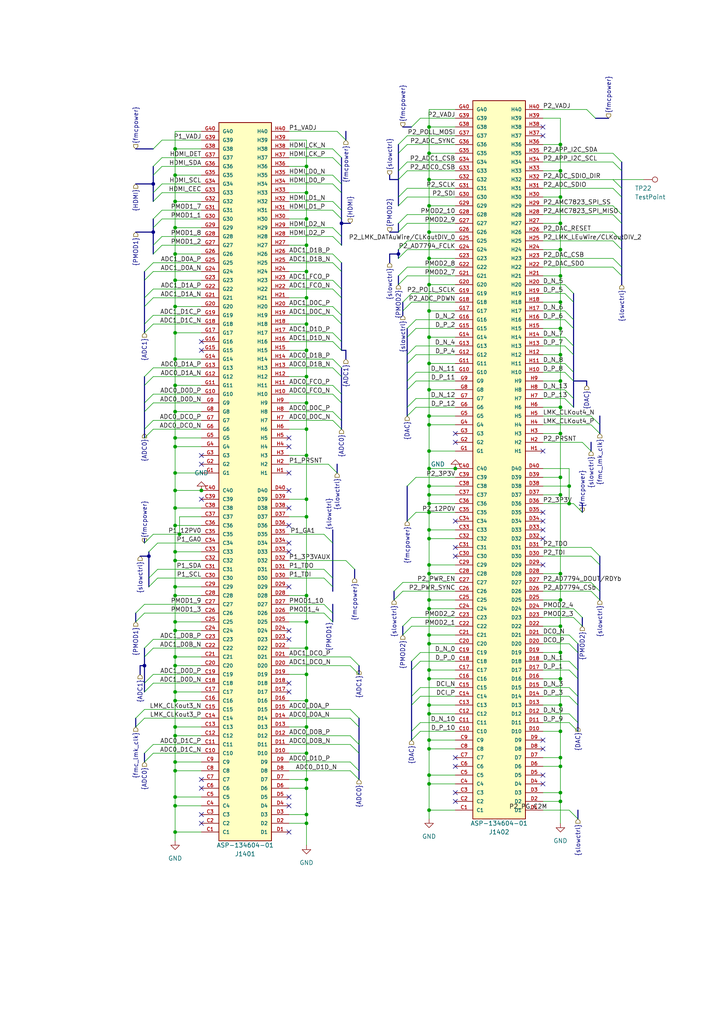
<source format=kicad_sch>
(kicad_sch (version 20231120) (generator "eeschema") (generator_version "8.0")
  (paper "A4" portrait)
  (bus_alias "DAC" (members "D_P_0" "D_P_1" "D_P_2" "D_P_3" "D_P_4" "D_P_5" "D_P_6" "D_P_7" "D_P_8" "D_P_9" "D_P_10" "D_P_11" "D_P_12" "D_P_13" "D_N_0" "D_N_1" "D_N_2" "D_N_3" "D_N_4" "D_N_5" "D_N_6" "D_N_7" "D_N_8" "D_N_9" "D_N_10" "D_N_11" "D_N_12" "D_N_13" "DCI_P" "DCI_N" "DCO_P" "DCO_N"))
  (bus_alias "HDMI" (members "HDMI_CEC" "HDMI_CK_N" "HDMI_CK_P" "HDMI_D0_N" "HDMI_D0_P" "HDMI_D1_N" "HDMI_D1_P" "HDMI_D2_N" "HDMI_D2_P" "HDMI_DET" "HDMI_SCL" "HDMI_SDA"))
  (bus_alias "PMOD1" (members "PMOD1_1" "PMOD1_2" "PMOD1_3" "PMOD1_4" "PMOD1_5" "PMOD1_6" "PMOD1_7" "PMOD1_8" "PMOD1_9" "PMOD1_10"))
  (bus_alias "PMOD2" (members "PMOD2_1" "PMOD2_2" "PMOD2_3" "PMOD2_4" "PMOD2_5" "PMOD2_6" "PMOD2_7" "PMOD2_8" "PMOD2_9" "PMOD2_10"))
  (bus_alias "fmc_lmk_clk" (members "LMK_CLKout3_P" "LMK_CLKout3_N" "LMK_CLKout4_P" "LMK_CLKout4_N"))
  (bus_alias "fmcpower" (members "P1_12PV0" "P1_VADJ" "P2_12P0V" "P2_3P3V" "P2_VADJ" "P1_3P3VAUX"))
  (bus_alias "slowctrl" (members "P1_SCL" "P1_SDA" "P1_GA0" "P1_TDI" "P1_TDO" "P1_GA1" "P1_PRSNT" "P2_PWR_SYNC" "P2_PWR_EN" "P2_AD7794_CSb" "P2_AD7794_DOUT/RDYb" "P2_TDI" "P2_TDO" "P2_ADC_PDWN" "P2_POLL_SCLK" "P2_AD7794_FCLK" "P2_LMK_DATAuWire/CLKoutDIV_0" "P2_LMK_CLKuWire/CLKoutDIV_1" "P2_LMK_LEuWire/CLKoutDIV_2" "P2_SDI" "P2_SCLK" "P2_ADC0_CSB" "P2_ADC1_CSB" "P2_ADC_SYNC" "P2_POLL_MOSI" "P2_PRSNT" "P2_DAC_SDO" "P2_DAC_CSB" "P2_DAC_RESET" "P2_AMC7823_SPI_MISO" "P2_AMC7823_SPI_SS" "P2_ADC_SDIO" "P2_ADC_SDIO_DIR" "P2_APP_I2C_SCL" "P2_APP_I2C_SDA" "P2_PG_C2M"))
  (junction (at 88.9 210.82))
  (junction (at 88.9 236.22))
  (junction (at 124.46 217.17))
  (junction (at 162.56 125.73))
  (junction (at 124.46 140.97))
  (junction (at 88.9 48.26))
  (junction (at 162.56 72.39))
  (junction (at 124.46 224.79))
  (junction (at 124.46 36.83))
  (junction (at 88.9 78.74))
  (junction (at 124.46 186.69))
  (junction (at 88.9 116.84))
  (junction (at 162.56 118.11))
  (junction (at 88.9 226.06))
  (junction (at 50.8 162.56))
  (junction (at 162.56 189.23))
  (junction (at 50.8 170.18))
  (junction (at 50.8 152.4))
  (junction (at 162.56 49.53))
  (junction (at 88.9 93.98))
  (junction (at 124.46 113.03))
  (junction (at 88.9 228.6))
  (junction (at 162.56 138.43))
  (junction (at 58.42 142.24))
  (junction (at 50.8 127))
  (junction (at 50.8 223.52))
  (junction (at 88.9 71.12))
  (junction (at 124.46 227.33))
  (junction (at 99.06 64.77))
  (junction (at 88.9 124.46))
  (junction (at 50.8 231.14))
  (junction (at 124.46 163.83))
  (junction (at 162.56 232.41))
  (junction (at 124.46 135.89))
  (junction (at 124.46 184.15))
  (junction (at 162.56 80.01))
  (junction (at 162.56 57.15))
  (junction (at 124.46 97.79))
  (junction (at 88.9 238.76))
  (junction (at 50.8 50.8))
  (junction (at 88.9 109.22))
  (junction (at 124.46 44.45))
  (junction (at 44.45 53.34))
  (junction (at 50.8 129.54))
  (junction (at 50.8 233.68))
  (junction (at 50.8 190.5))
  (junction (at 50.8 142.24))
  (junction (at 43.18 161.29))
  (junction (at 50.8 88.9))
  (junction (at 162.56 95.25))
  (junction (at 50.8 73.66))
  (junction (at 165.1 146.05))
  (junction (at 50.8 147.32))
  (junction (at 162.56 196.85))
  (junction (at 124.46 148.59))
  (junction (at 124.46 176.53))
  (junction (at 124.46 59.69))
  (junction (at 88.9 149.86))
  (junction (at 124.46 52.07))
  (junction (at 162.56 222.25))
  (junction (at 124.46 90.17))
  (junction (at 165.1 140.97))
  (junction (at 88.9 55.88))
  (junction (at 162.56 102.87))
  (junction (at 88.9 187.96))
  (junction (at 50.8 213.36))
  (junction (at 162.56 173.99))
  (junction (at 124.46 194.31))
  (junction (at 50.8 241.3))
  (junction (at 162.56 110.49))
  (junction (at 88.9 172.72))
  (junction (at 162.56 212.09))
  (junction (at 162.56 87.63))
  (junction (at 50.8 160.02))
  (junction (at 50.8 43.18))
  (junction (at 124.46 120.65))
  (junction (at 50.8 66.04))
  (junction (at 50.8 111.76))
  (junction (at 132.08 135.89))
  (junction (at 124.46 234.95))
  (junction (at 162.56 41.91))
  (junction (at 88.9 218.44))
  (junction (at 124.46 204.47))
  (junction (at 50.8 96.52))
  (junction (at 50.8 203.2))
  (junction (at 124.46 173.99))
  (junction (at 124.46 143.51))
  (junction (at 162.56 229.87))
  (junction (at 124.46 146.05))
  (junction (at 88.9 132.08))
  (junction (at 50.8 180.34))
  (junction (at 162.56 181.61))
  (junction (at 88.9 195.58))
  (junction (at 124.46 214.63))
  (junction (at 50.8 172.72))
  (junction (at 52.07 154.94))
  (junction (at 50.8 220.98))
  (junction (at 50.8 104.14))
  (junction (at 115.57 73.66))
  (junction (at 162.56 219.71))
  (junction (at 124.46 156.21))
  (junction (at 162.56 166.37))
  (junction (at 162.56 64.77))
  (junction (at 124.46 74.93))
  (junction (at 162.56 143.51))
  (junction (at 88.9 86.36))
  (junction (at 50.8 81.28))
  (junction (at 88.9 144.78))
  (junction (at 44.45 67.31))
  (junction (at 88.9 101.6))
  (junction (at 50.8 119.38))
  (junction (at 124.46 130.81))
  (junction (at 124.46 207.01))
  (junction (at 50.8 210.82))
  (junction (at 41.91 193.04))
  (junction (at 124.46 105.41))
  (junction (at 50.8 58.42))
  (junction (at 124.46 67.31))
  (junction (at 88.9 180.34))
  (junction (at 124.46 82.55))
  (junction (at 50.8 193.04))
  (junction (at 50.8 200.66))
  (junction (at 88.9 203.2))
  (junction (at 50.8 182.88))
  (junction (at 50.8 137.16))
  (junction (at 124.46 196.85))
  (junction (at 88.9 63.5))
  (junction (at 124.46 166.37))
  (junction (at 124.46 123.19))
  (junction (at 162.56 204.47))
  (junction (at 124.46 153.67))
  (no_connect (at 83.82 241.3))
  (no_connect (at 132.08 219.71))
  (no_connect (at 132.08 232.41))
  (no_connect (at 58.42 226.06))
  (no_connect (at 83.82 200.66))
  (no_connect (at 58.42 144.78))
  (no_connect (at 83.82 129.54))
  (no_connect (at 132.08 222.25))
  (no_connect (at 83.82 231.14))
  (no_connect (at 83.82 152.4))
  (no_connect (at 157.48 227.33))
  (no_connect (at 132.08 128.27))
  (no_connect (at 132.08 125.73))
  (no_connect (at 157.48 153.67))
  (no_connect (at 132.08 161.29))
  (no_connect (at 83.82 142.24))
  (no_connect (at 83.82 127))
  (no_connect (at 83.82 198.12))
  (no_connect (at 83.82 160.02))
  (no_connect (at 83.82 233.68))
  (no_connect (at 132.08 229.87))
  (no_connect (at 157.48 148.59))
  (no_connect (at 157.48 151.13))
  (no_connect (at 58.42 132.08))
  (no_connect (at 83.82 185.42))
  (no_connect (at 157.48 156.21))
  (no_connect (at 83.82 137.16))
  (no_connect (at 157.48 39.37))
  (no_connect (at 83.82 147.32))
  (no_connect (at 157.48 217.17))
  (no_connect (at 58.42 238.76))
  (no_connect (at 157.48 214.63))
  (no_connect (at 58.42 228.6))
  (no_connect (at 83.82 170.18))
  (no_connect (at 58.42 236.22))
  (no_connect (at 157.48 163.83))
  (no_connect (at 83.82 182.88))
  (no_connect (at 58.42 99.06))
  (no_connect (at 58.42 101.6))
  (no_connect (at 157.48 224.79))
  (no_connect (at 132.08 151.13))
  (no_connect (at 83.82 157.48))
  (no_connect (at 58.42 134.62))
  (no_connect (at 157.48 130.81))
  (no_connect (at 157.48 36.83))
  (no_connect (at 132.08 158.75))
  (bus_entry (at 41.91 96.52) (size 2.54 -2.54))
  (bus_entry (at 99.06 45.72) (size -2.54 -2.54))
  (bus_entry (at 166.37 95.25) (size -2.54 -2.54))
  (bus_entry (at 41.91 220.98) (size 2.54 -2.54))
  (bus_entry (at 99.06 106.68) (size -2.54 -2.54))
  (bus_entry (at 173.99 125.73) (size -2.54 -2.54))
  (bus_entry (at 166.37 92.71) (size -2.54 -2.54))
  (bus_entry (at 97.79 137.16) (size -2.54 -2.54))
  (bus_entry (at 115.57 49.53) (size 2.54 -2.54))
  (bus_entry (at 41.91 116.84) (size 2.54 -2.54))
  (bus_entry (at 171.45 130.81) (size -2.54 -2.54))
  (bus_entry (at 99.06 101.6) (size -2.54 -2.54))
  (bus_entry (at 166.37 102.87) (size -2.54 -2.54))
  (bus_entry (at 99.06 114.3) (size -2.54 -2.54))
  (bus_entry (at 118.11 120.65) (size 2.54 -2.54))
  (bus_entry (at 173.99 123.19) (size -2.54 -2.54))
  (bus_entry (at 39.37 210.82) (size 2.54 -2.54))
  (bus_entry (at 119.38 194.31) (size 2.54 -2.54))
  (bus_entry (at 180.34 72.39) (size -2.54 -2.54))
  (bus_entry (at 99.06 86.36) (size -2.54 -2.54))
  (bus_entry (at 115.57 82.55) (size 2.54 -2.54))
  (bus_entry (at 166.37 100.33) (size -2.54 -2.54))
  (bus_entry (at 180.34 46.99) (size -2.54 -2.54))
  (bus_entry (at 41.91 187.96) (size 2.54 -2.54))
  (bus_entry (at 41.91 157.48) (size 2.54 -2.54))
  (bus_entry (at 118.11 113.03) (size 2.54 -2.54))
  (bus_entry (at 39.37 177.8) (size 2.54 -2.54))
  (bus_entry (at 119.38 204.47) (size 2.54 -2.54))
  (bus_entry (at 44.45 50.8) (size 2.54 -2.54))
  (bus_entry (at 173.99 171.45) (size -2.54 -2.54))
  (bus_entry (at 115.57 59.69) (size 2.54 -2.54))
  (bus_entry (at 167.64 194.31) (size -2.54 -2.54))
  (bus_entry (at 167.64 212.09) (size -2.54 -2.54))
  (bus_entry (at 99.06 78.74) (size -2.54 -2.54))
  (bus_entry (at 102.87 165.1) (size -2.54 -2.54))
  (bus_entry (at 99.06 121.92) (size -2.54 -2.54))
  (bus_entry (at 118.11 102.87) (size 2.54 -2.54))
  (bus_entry (at 173.99 163.83) (size -2.54 -2.54))
  (bus_entry (at 115.57 41.91) (size 2.54 -2.54))
  (bus_entry (at 99.06 68.58) (size -2.54 -2.54))
  (bus_entry (at 41.91 109.22) (size 2.54 -2.54))
  (bus_entry (at 118.11 140.97) (size 2.54 -2.54))
  (bus_entry (at 115.57 57.15) (size 2.54 -2.54))
  (bus_entry (at 118.11 95.25) (size 2.54 -2.54))
  (bus_entry (at 180.34 57.15) (size -2.54 -2.54))
  (bus_entry (at 167.64 237.49) (size -2.54 -2.54))
  (bus_entry (at 100.33 40.64) (size -2.54 -2.54))
  (bus_entry (at 166.37 85.09) (size -2.54 -2.54))
  (bus_entry (at 119.38 36.83) (size 2.54 -2.54))
  (bus_entry (at 96.52 170.18) (size -2.54 -2.54))
  (bus_entry (at 180.34 80.01) (size -2.54 -2.54))
  (bus_entry (at 99.06 99.06) (size -2.54 -2.54))
  (bus_entry (at 104.14 215.9) (size -2.54 -2.54))
  (bus_entry (at 96.52 177.8) (size -2.54 -2.54))
  (bus_entry (at 180.34 77.47) (size -2.54 -2.54))
  (bus_entry (at 118.11 97.79) (size 2.54 -2.54))
  (bus_entry (at 44.45 63.5) (size 2.54 -2.54))
  (bus_entry (at 180.34 49.53) (size -2.54 -2.54))
  (bus_entry (at 172.72 34.29) (size -2.54 -2.54))
  (bus_entry (at 41.91 78.74) (size 2.54 -2.54))
  (bus_entry (at 168.91 181.61) (size -2.54 -2.54))
  (bus_entry (at 41.91 119.38) (size 2.54 -2.54))
  (bus_entry (at 43.18 160.02) (size 2.54 -2.54))
  (bus_entry (at 99.06 63.5) (size -2.54 -2.54))
  (bus_entry (at 44.45 48.26) (size 2.54 -2.54))
  (bus_entry (at 41.91 190.5) (size 2.54 -2.54))
  (bus_entry (at 99.06 109.22) (size -2.54 -2.54))
  (bus_entry (at 115.57 52.07) (size 2.54 -2.54))
  (bus_entry (at 180.34 62.23) (size -2.54 -2.54))
  (bus_entry (at 41.91 111.76) (size 2.54 -2.54))
  (bus_entry (at 104.14 223.52) (size -2.54 -2.54))
  (bus_entry (at 115.57 44.45) (size 2.54 -2.54))
  (bus_entry (at 96.52 157.48) (size -2.54 -2.54))
  (bus_entry (at 41.91 127) (size 2.54 -2.54))
  (bus_entry (at 118.11 118.11) (size 2.54 -2.54))
  (bus_entry (at 99.06 55.88) (size -2.54 -2.54))
  (bus_entry (at 104.14 193.04) (size -2.54 -2.54))
  (bus_entry (at 166.37 115.57) (size -2.54 -2.54))
  (bus_entry (at 99.06 116.84) (size -2.54 -2.54))
  (bus_entry (at 119.38 191.77) (size 2.54 -2.54))
  (bus_entry (at 167.64 196.85) (size -2.54 -2.54))
  (bus_entry (at 166.37 118.11) (size -2.54 -2.54))
  (bus_entry (at 168.91 179.07) (size -2.54 -2.54))
  (bus_entry (at 167.64 209.55) (size -2.54 -2.54))
  (bus_entry (at 118.11 151.13) (size 2.54 -2.54))
  (bus_entry (at 41.91 198.12) (size 2.54 -2.54))
  (bus_entry (at 180.34 54.61) (size -2.54 -2.54))
  (bus_entry (at 116.84 181.61) (size 2.54 -2.54))
  (bus_entry (at 41.91 124.46) (size 2.54 -2.54))
  (bus_entry (at 166.37 107.95) (size -2.54 -2.54))
  (bus_entry (at 167.64 204.47) (size -2.54 -2.54))
  (bus_entry (at 99.06 124.46) (size -2.54 -2.54))
  (bus_entry (at 166.37 87.63) (size -2.54 -2.54))
  (bus_entry (at 119.38 201.93) (size 2.54 -2.54))
  (bus_entry (at 41.91 81.28) (size 2.54 -2.54))
  (bus_entry (at 115.57 64.77) (size 2.54 -2.54))
  (bus_entry (at 119.38 214.63) (size 2.54 -2.54))
  (bus_entry (at 180.34 69.85) (size -2.54 -2.54))
  (bus_entry (at 114.3 173.99) (size 2.54 -2.54))
  (bus_entry (at 41.91 93.98) (size 2.54 -2.54))
  (bus_entry (at 118.11 110.49) (size 2.54 -2.54))
  (bus_entry (at 41.91 200.66) (size 2.54 -2.54))
  (bus_entry (at 41.91 88.9) (size 2.54 -2.54))
  (bus_entry (at 44.45 58.42) (size 2.54 -2.54))
  (bus_entry (at 96.52 167.64) (size -2.54 -2.54))
  (bus_entry (at 118.11 105.41) (size 2.54 -2.54))
  (bus_entry (at 116.84 184.15) (size 2.54 -2.54))
  (bus_entry (at 115.57 72.39) (size 2.54 -2.54))
  (bus_entry (at 44.45 73.66) (size 2.54 -2.54))
  (bus_entry (at 104.14 195.58) (size -2.54 -2.54))
  (bus_entry (at 167.64 186.69) (size -2.54 -2.54))
  (bus_entry (at 44.45 71.12) (size 2.54 -2.54))
  (bus_entry (at 115.57 74.93) (size 2.54 -2.54))
  (bus_entry (at 116.84 87.63) (size 2.54 -2.54))
  (bus_entry (at 99.06 83.82) (size -2.54 -2.54))
  (bus_entry (at 104.14 226.06) (size -2.54 -2.54))
  (bus_entry (at 104.14 218.44) (size -2.54 -2.54))
  (bus_entry (at 180.34 64.77) (size -2.54 -2.54))
  (bus_entry (at 168.91 148.59) (size -2.54 -2.54))
  (bus_entry (at 44.45 43.18) (size 2.54 -2.54))
  (bus_entry (at 104.14 210.82) (size -2.54 -2.54))
  (bus_entry (at 114.3 171.45) (size 2.54 -2.54))
  (bus_entry (at 44.45 215.9) (size -2.54 2.54))
  (bus_entry (at 39.37 180.34) (size 2.54 -2.54))
  (bus_entry (at 115.57 80.01) (size 2.54 -2.54))
  (bus_entry (at 44.45 55.88) (size 2.54 -2.54))
  (bus_entry (at 167.64 189.23) (size -2.54 -2.54))
  (bus_entry (at 99.06 71.12) (size -2.54 -2.54))
  (bus_entry (at 99.06 48.26) (size -2.54 -2.54))
  (bus_entry (at 173.99 173.99) (size -2.54 -2.54))
  (bus_entry (at 116.84 90.17) (size 2.54 -2.54))
  (bus_entry (at 43.18 170.18) (size 2.54 -2.54))
  (bus_entry (at 39.37 208.28) (size 2.54 -2.54))
  (bus_entry (at 115.57 67.31) (size 2.54 -2.54))
  (bus_entry (at 44.45 66.04) (size 2.54 -2.54))
  (bus_entry (at 99.06 91.44) (size -2.54 -2.54))
  (bus_entry (at 96.52 180.34) (size -2.54 -2.54))
  (bus_entry (at 166.37 110.49) (size -2.54 -2.54))
  (bus_entry (at 99.06 93.98) (size -2.54 -2.54))
  (bus_entry (at 99.06 60.96) (size -2.54 -2.54))
  (bus_entry (at 119.38 212.09) (size 2.54 -2.54))
  (bus_entry (at 167.64 201.93) (size -2.54 -2.54))
  (bus_entry (at 41.91 86.36) (size 2.54 -2.54))
  (bus_entry (at 43.18 167.64) (size 2.54 -2.54))
  (bus_entry (at 104.14 208.28) (size -2.54 -2.54))
  (bus_entry (at 99.06 76.2) (size -2.54 -2.54))
  (bus_entry (at 173.99 161.29) (size -2.54 -2.54))
  (bus_entry (at 99.06 53.34) (size -2.54 -2.54))
  (bus (pts (xy 99.06 93.98) (xy 99.06 91.44)))
  (wire (pts (xy 157.48 222.25) (xy 162.56 222.25)))
  (wire (pts (xy 163.83 82.55) (xy 157.48 82.55)))
  (wire (pts (xy 58.42 93.98) (xy 44.45 93.98)))
  (wire (pts (xy 83.82 116.84) (xy 88.9 116.84)))
  (wire (pts (xy 132.08 100.33) (xy 120.65 100.33)))
  (wire (pts (xy 177.8 77.47) (xy 157.48 77.47)))
  (wire (pts (xy 50.8 193.04) (xy 50.8 190.5)))
  (wire (pts (xy 50.8 137.16) (xy 50.8 129.54)))
  (bus (pts (xy 115.57 59.69) (xy 115.57 57.15)))
  (wire (pts (xy 132.08 49.53) (xy 118.11 49.53)))
  (wire (pts (xy 50.8 66.04) (xy 50.8 58.42)))
  (wire (pts (xy 157.48 110.49) (xy 162.56 110.49)))
  (wire (pts (xy 165.1 199.39) (xy 157.48 199.39)))
  (bus (pts (xy 113.03 73.66) (xy 115.57 73.66)))
  (wire (pts (xy 165.1 234.95) (xy 157.48 234.95)))
  (wire (pts (xy 50.8 129.54) (xy 58.42 129.54)))
  (wire (pts (xy 50.8 88.9) (xy 50.8 81.28)))
  (wire (pts (xy 171.45 171.45) (xy 157.48 171.45)))
  (bus (pts (xy 41.91 198.12) (xy 41.91 200.66)))
  (bus (pts (xy 118.11 151.13) (xy 118.11 140.97)))
  (bus (pts (xy 41.91 86.36) (xy 41.91 81.28)))
  (bus (pts (xy 119.38 204.47) (xy 119.38 212.09)))
  (wire (pts (xy 58.42 177.8) (xy 41.91 177.8)))
  (wire (pts (xy 50.8 213.36) (xy 58.42 213.36)))
  (wire (pts (xy 83.82 210.82) (xy 88.9 210.82)))
  (wire (pts (xy 50.8 160.02) (xy 58.42 160.02)))
  (bus (pts (xy 166.37 118.11) (xy 166.37 115.57)))
  (bus (pts (xy 167.64 201.93) (xy 167.64 196.85)))
  (wire (pts (xy 50.8 172.72) (xy 58.42 172.72)))
  (wire (pts (xy 132.08 102.87) (xy 120.65 102.87)))
  (wire (pts (xy 44.45 198.12) (xy 58.42 198.12)))
  (wire (pts (xy 96.52 91.44) (xy 83.82 91.44)))
  (bus (pts (xy 41.91 157.48) (xy 41.91 156.21)))
  (bus (pts (xy 44.45 55.88) (xy 44.45 53.34)))
  (wire (pts (xy 124.46 184.15) (xy 132.08 184.15)))
  (bus (pts (xy 99.06 53.34) (xy 99.06 48.26)))
  (wire (pts (xy 162.56 173.99) (xy 162.56 166.37)))
  (wire (pts (xy 88.9 116.84) (xy 88.9 109.22)))
  (bus (pts (xy 41.91 127) (xy 41.91 124.46)))
  (wire (pts (xy 132.08 181.61) (xy 119.38 181.61)))
  (wire (pts (xy 124.46 224.79) (xy 132.08 224.79)))
  (bus (pts (xy 104.14 195.58) (xy 104.14 193.04)))
  (bus (pts (xy 44.45 67.31) (xy 44.45 66.04)))
  (wire (pts (xy 124.46 82.55) (xy 124.46 74.93)))
  (wire (pts (xy 124.46 82.55) (xy 132.08 82.55)))
  (wire (pts (xy 50.8 111.76) (xy 50.8 104.14)))
  (wire (pts (xy 83.82 132.08) (xy 88.9 132.08)))
  (bus (pts (xy 41.91 81.28) (xy 41.91 78.74)))
  (bus (pts (xy 166.37 87.63) (xy 166.37 85.09)))
  (wire (pts (xy 58.42 167.64) (xy 45.72 167.64)))
  (bus (pts (xy 99.06 121.92) (xy 99.06 116.84)))
  (wire (pts (xy 58.42 63.5) (xy 46.99 63.5)))
  (wire (pts (xy 58.42 121.92) (xy 44.45 121.92)))
  (wire (pts (xy 132.08 201.93) (xy 121.92 201.93)))
  (bus (pts (xy 115.57 57.15) (xy 115.57 52.07)))
  (wire (pts (xy 96.52 68.58) (xy 83.82 68.58)))
  (bus (pts (xy 166.37 110.49) (xy 166.37 107.95)))
  (wire (pts (xy 165.1 191.77) (xy 157.48 191.77)))
  (bus (pts (xy 99.06 64.77) (xy 101.6 64.77)))
  (wire (pts (xy 83.82 203.2) (xy 88.9 203.2)))
  (bus (pts (xy 113.03 76.2) (xy 113.03 73.66)))
  (wire (pts (xy 96.52 50.8) (xy 83.82 50.8)))
  (bus (pts (xy 40.64 161.29) (xy 43.18 161.29)))
  (wire (pts (xy 83.82 172.72) (xy 88.9 172.72)))
  (bus (pts (xy 114.3 173.99) (xy 114.3 171.45)))
  (wire (pts (xy 83.82 236.22) (xy 88.9 236.22)))
  (wire (pts (xy 124.46 44.45) (xy 124.46 36.83)))
  (wire (pts (xy 124.46 227.33) (xy 124.46 224.79)))
  (wire (pts (xy 124.46 44.45) (xy 132.08 44.45)))
  (wire (pts (xy 83.82 86.36) (xy 88.9 86.36)))
  (wire (pts (xy 88.9 93.98) (xy 88.9 86.36)))
  (wire (pts (xy 101.6 208.28) (xy 83.82 208.28)))
  (wire (pts (xy 104.14 215.9) (xy 104.14 214.63)))
  (wire (pts (xy 124.46 224.79) (xy 124.46 217.17)))
  (bus (pts (xy 44.45 73.66) (xy 44.45 71.12)))
  (bus (pts (xy 166.37 92.71) (xy 166.37 87.63)))
  (wire (pts (xy 96.52 66.04) (xy 83.82 66.04)))
  (wire (pts (xy 83.82 78.74) (xy 88.9 78.74)))
  (wire (pts (xy 50.8 203.2) (xy 50.8 200.66)))
  (wire (pts (xy 124.46 113.03) (xy 124.46 105.41)))
  (bus (pts (xy 119.38 194.31) (xy 119.38 191.77)))
  (wire (pts (xy 97.79 38.1) (xy 83.82 38.1)))
  (wire (pts (xy 50.8 43.18) (xy 58.42 43.18)))
  (wire (pts (xy 50.8 233.68) (xy 50.8 231.14)))
  (wire (pts (xy 50.8 210.82) (xy 58.42 210.82)))
  (wire (pts (xy 50.8 180.34) (xy 58.42 180.34)))
  (wire (pts (xy 124.46 36.83) (xy 124.46 31.75)))
  (wire (pts (xy 50.8 160.02) (xy 50.8 152.4)))
  (wire (pts (xy 50.8 162.56) (xy 58.42 162.56)))
  (wire (pts (xy 50.8 127) (xy 50.8 119.38)))
  (wire (pts (xy 157.48 181.61) (xy 162.56 181.61)))
  (wire (pts (xy 50.8 111.76) (xy 58.42 111.76)))
  (bus (pts (xy 118.11 102.87) (xy 118.11 97.79)))
  (wire (pts (xy 50.8 127) (xy 58.42 127)))
  (wire (pts (xy 96.52 106.68) (xy 83.82 106.68)))
  (bus (pts (xy 99.06 78.74) (xy 99.06 76.2)))
  (bus (pts (xy 99.06 114.3) (xy 99.06 109.22)))
  (wire (pts (xy 50.8 170.18) (xy 50.8 162.56)))
  (wire (pts (xy 58.42 60.96) (xy 46.99 60.96)))
  (wire (pts (xy 157.48 135.89) (xy 165.1 135.89)))
  (wire (pts (xy 162.56 232.41) (xy 162.56 229.87)))
  (wire (pts (xy 124.46 74.93) (xy 132.08 74.93)))
  (bus (pts (xy 115.57 52.07) (xy 115.57 49.53)))
  (wire (pts (xy 50.8 182.88) (xy 58.42 182.88)))
  (wire (pts (xy 58.42 40.64) (xy 46.99 40.64)))
  (wire (pts (xy 58.42 185.42) (xy 44.45 185.42)))
  (wire (pts (xy 45.72 157.48) (xy 58.42 157.48)))
  (wire (pts (xy 177.8 59.69) (xy 157.48 59.69)))
  (wire (pts (xy 50.8 142.24) (xy 50.8 137.16)))
  (bus (pts (xy 166.37 107.95) (xy 166.37 102.87)))
  (wire (pts (xy 132.08 92.71) (xy 120.65 92.71)))
  (wire (pts (xy 162.56 222.25) (xy 162.56 219.71)))
  (wire (pts (xy 132.08 64.77) (xy 118.11 64.77)))
  (wire (pts (xy 177.8 52.07) (xy 186.69 52.07)))
  (wire (pts (xy 124.46 166.37) (xy 132.08 166.37)))
  (wire (pts (xy 162.56 118.11) (xy 162.56 110.49)))
  (wire (pts (xy 162.56 125.73) (xy 162.56 118.11)))
  (wire (pts (xy 101.6 213.36) (xy 83.82 213.36)))
  (wire (pts (xy 124.46 186.69) (xy 124.46 194.31)))
  (wire (pts (xy 171.45 168.91) (xy 157.48 168.91)))
  (wire (pts (xy 132.08 168.91) (xy 116.84 168.91)))
  (wire (pts (xy 50.8 190.5) (xy 58.42 190.5)))
  (wire (pts (xy 124.46 204.47) (xy 132.08 204.47)))
  (wire (pts (xy 177.8 74.93) (xy 157.48 74.93)))
  (wire (pts (xy 88.9 109.22) (xy 88.9 101.6)))
  (wire (pts (xy 83.82 149.86) (xy 88.9 149.86)))
  (bus (pts (xy 180.34 57.15) (xy 180.34 54.61)))
  (wire (pts (xy 50.8 223.52) (xy 58.42 223.52)))
  (wire (pts (xy 50.8 43.18) (xy 50.8 38.1)))
  (bus (pts (xy 99.06 60.96) (xy 99.06 55.88)))
  (wire (pts (xy 52.07 154.94) (xy 44.45 154.94)))
  (bus (pts (xy 116.84 36.83) (xy 119.38 36.83)))
  (wire (pts (xy 50.8 88.9) (xy 58.42 88.9)))
  (wire (pts (xy 96.52 88.9) (xy 83.82 88.9)))
  (wire (pts (xy 50.8 210.82) (xy 50.8 203.2)))
  (wire (pts (xy 50.8 233.68) (xy 58.42 233.68)))
  (wire (pts (xy 88.9 149.86) (xy 88.9 144.78)))
  (wire (pts (xy 177.8 44.45) (xy 157.48 44.45)))
  (bus (pts (xy 99.06 83.82) (xy 99.06 78.74)))
  (wire (pts (xy 162.56 196.85) (xy 162.56 189.23)))
  (wire (pts (xy 96.52 73.66) (xy 83.82 73.66)))
  (wire (pts (xy 124.46 194.31) (xy 132.08 194.31)))
  (wire (pts (xy 162.56 189.23) (xy 162.56 181.61)))
  (bus (pts (xy 166.37 115.57) (xy 166.37 110.49)))
  (wire (pts (xy 124.46 52.07) (xy 124.46 44.45)))
  (wire (pts (xy 50.8 96.52) (xy 50.8 88.9)))
  (wire (pts (xy 50.8 170.18) (xy 58.42 170.18)))
  (bus (pts (xy 41.91 119.38) (xy 41.91 116.84)))
  (bus (pts (xy 115.57 82.55) (xy 115.57 80.01)))
  (wire (pts (xy 124.46 176.53) (xy 124.46 173.99)))
  (bus (pts (xy 43.18 170.18) (xy 43.18 167.64)))
  (wire (pts (xy 50.8 147.32) (xy 58.42 147.32)))
  (wire (pts (xy 132.08 107.95) (xy 120.65 107.95)))
  (wire (pts (xy 165.1 186.69) (xy 157.48 186.69)))
  (wire (pts (xy 93.98 177.8) (xy 83.82 177.8)))
  (wire (pts (xy 163.83 107.95) (xy 157.48 107.95)))
  (wire (pts (xy 58.42 154.94) (xy 52.07 154.94)))
  (wire (pts (xy 88.9 195.58) (xy 88.9 187.96)))
  (wire (pts (xy 83.82 124.46) (xy 88.9 124.46)))
  (wire (pts (xy 124.46 148.59) (xy 120.65 148.59)))
  (bus (pts (xy 99.06 48.26) (xy 99.06 45.72)))
  (wire (pts (xy 124.46 120.65) (xy 132.08 120.65)))
  (wire (pts (xy 124.46 234.95) (xy 124.46 227.33)))
  (wire (pts (xy 58.42 218.44) (xy 44.45 218.44)))
  (wire (pts (xy 162.56 238.76) (xy 162.56 232.41)))
  (wire (pts (xy 101.6 190.5) (xy 83.82 190.5)))
  (wire (pts (xy 165.1 201.93) (xy 157.48 201.93)))
  (wire (pts (xy 58.42 187.96) (xy 44.45 187.96)))
  (bus (pts (xy 166.37 95.25) (xy 166.37 92.71)))
  (wire (pts (xy 132.08 69.85) (xy 118.11 69.85)))
  (wire (pts (xy 58.42 175.26) (xy 41.91 175.26)))
  (wire (pts (xy 165.1 209.55) (xy 157.48 209.55)))
  (wire (pts (xy 50.8 58.42) (xy 50.8 50.8)))
  (wire (pts (xy 96.52 76.2) (xy 83.82 76.2)))
  (wire (pts (xy 124.46 207.01) (xy 132.08 207.01)))
  (bus (pts (xy 173.99 123.19) (xy 173.99 120.65)))
  (wire (pts (xy 50.8 213.36) (xy 50.8 210.82)))
  (wire (pts (xy 50.8 142.24) (xy 58.42 142.24)))
  (wire (pts (xy 124.46 194.31) (xy 124.46 196.85)))
  (wire (pts (xy 88.9 132.08) (xy 88.9 124.46)))
  (wire (pts (xy 83.82 238.76) (xy 88.9 238.76)))
  (wire (pts (xy 124.46 120.65) (xy 124.46 113.03)))
  (wire (pts (xy 124.46 196.85) (xy 132.08 196.85)))
  (wire (pts (xy 157.48 41.91) (xy 162.56 41.91)))
  (wire (pts (xy 88.9 40.64) (xy 83.82 40.64)))
  (wire (pts (xy 50.8 162.56) (xy 50.8 160.02)))
  (wire (pts (xy 88.9 226.06) (xy 88.9 218.44)))
  (bus (pts (xy 40.64 195.58) (xy 40.64 193.04)))
  (wire (pts (xy 163.83 100.33) (xy 157.48 100.33)))
  (wire (pts (xy 124.46 97.79) (xy 132.08 97.79)))
  (wire (pts (xy 157.48 229.87) (xy 162.56 229.87)))
  (wire (pts (xy 177.8 46.99) (xy 157.48 46.99)))
  (bus (pts (xy 167.64 209.55) (xy 167.64 204.47)))
  (wire (pts (xy 165.1 140.97) (xy 165.1 146.05)))
  (wire (pts (xy 157.48 173.99) (xy 162.56 173.99)))
  (wire (pts (xy 132.08 41.91) (xy 118.11 41.91)))
  (bus (pts (xy 115.57 73.66) (xy 115.57 72.39)))
  (bus (pts (xy 104.14 218.44) (xy 104.14 215.9)))
  (bus (pts (xy 39.37 210.82) (xy 39.37 208.28)))
  (wire (pts (xy 124.46 130.81) (xy 124.46 123.19)))
  (wire (pts (xy 96.52 83.82) (xy 83.82 83.82)))
  (bus (pts (xy 102.87 167.64) (xy 102.87 165.1)))
  (wire (pts (xy 50.8 147.32) (xy 50.8 142.24)))
  (bus (pts (xy 116.84 90.17) (xy 116.84 87.63)))
  (wire (pts (xy 157.48 138.43) (xy 162.56 138.43)))
  (wire (pts (xy 124.46 143.51) (xy 124.46 140.97)))
  (wire (pts (xy 83.82 63.5) (xy 88.9 63.5)))
  (bus (pts (xy 118.11 110.49) (xy 118.11 105.41)))
  (wire (pts (xy 157.48 49.53) (xy 162.56 49.53)))
  (wire (pts (xy 50.8 152.4) (xy 50.8 147.32)))
  (wire (pts (xy 50.8 241.3) (xy 50.8 233.68)))
  (bus (pts (xy 96.52 170.18) (xy 96.52 167.64)))
  (wire (pts (xy 58.42 55.88) (xy 46.99 55.88)))
  (wire (pts (xy 83.82 109.22) (xy 88.9 109.22)))
  (wire (pts (xy 124.46 90.17) (xy 132.08 90.17)))
  (wire (pts (xy 132.08 34.29) (xy 121.92 34.29)))
  (wire (pts (xy 83.82 195.58) (xy 88.9 195.58)))
  (wire (pts (xy 101.6 220.98) (xy 83.82 220.98)))
  (bus (pts (xy 99.06 68.58) (xy 99.06 64.77)))
  (bus (pts (xy 118.11 113.03) (xy 118.11 110.49)))
  (wire (pts (xy 50.8 203.2) (xy 58.42 203.2)))
  (wire (pts (xy 50.8 241.3) (xy 58.42 241.3)))
  (wire (pts (xy 124.46 36.83) (xy 132.08 36.83)))
  (wire (pts (xy 88.9 172.72) (xy 88.9 149.86)))
  (wire (pts (xy 124.46 196.85) (xy 124.46 204.47)))
  (wire (pts (xy 166.37 179.07) (xy 157.48 179.07)))
  (wire (pts (xy 124.46 237.49) (xy 124.46 234.95)))
  (wire (pts (xy 163.83 90.17) (xy 157.48 90.17)))
  (wire (pts (xy 166.37 176.53) (xy 157.48 176.53)))
  (wire (pts (xy 124.46 105.41) (xy 124.46 97.79)))
  (wire (pts (xy 162.56 102.87) (xy 162.56 95.25)))
  (wire (pts (xy 124.46 67.31) (xy 124.46 59.69)))
  (wire (pts (xy 157.48 72.39) (xy 162.56 72.39)))
  (wire (pts (xy 163.83 115.57) (xy 157.48 115.57)))
  (wire (pts (xy 93.98 154.94) (xy 83.82 154.94)))
  (bus (pts (xy 41.91 88.9) (xy 41.91 86.36)))
  (wire (pts (xy 96.52 114.3) (xy 83.82 114.3)))
  (bus (pts (xy 104.14 223.52) (xy 104.14 218.44)))
  (bus (pts (xy 113.03 50.8) (xy 113.03 52.07)))
  (wire (pts (xy 132.08 138.43) (xy 120.65 138.43)))
  (wire (pts (xy 177.8 69.85) (xy 157.48 69.85)))
  (wire (pts (xy 50.8 119.38) (xy 50.8 111.76)))
  (wire (pts (xy 50.8 172.72) (xy 50.8 170.18)))
  (bus (pts (xy 173.99 171.45) (xy 173.99 163.83)))
  (bus (pts (xy 180.34 82.55) (xy 180.34 80.01)))
  (wire (pts (xy 83.82 55.88) (xy 88.9 55.88)))
  (wire (pts (xy 50.8 38.1) (xy 58.42 38.1)))
  (wire (pts (xy 58.42 205.74) (xy 41.91 205.74)))
  (wire (pts (xy 124.46 130.81) (xy 132.08 130.81)))
  (wire (pts (xy 165.1 146.05) (xy 157.48 146.05)))
  (wire (pts (xy 162.56 95.25) (xy 162.56 87.63)))
  (wire (pts (xy 95.25 134.62) (xy 83.82 134.62)))
  (wire (pts (xy 162.56 64.77) (xy 162.56 57.15)))
  (wire (pts (xy 162.56 229.87) (xy 162.56 222.25)))
  (bus (pts (xy 166.37 102.87) (xy 166.37 100.33)))
  (wire (pts (xy 157.48 64.77) (xy 162.56 64.77)))
  (wire (pts (xy 50.8 73.66) (xy 50.8 66.04)))
  (wire (pts (xy 96.52 45.72) (xy 83.82 45.72)))
  (bus (pts (xy 96.52 171.45) (xy 96.52 170.18)))
  (wire (pts (xy 132.08 85.09) (xy 119.38 85.09)))
  (wire (pts (xy 44.45 215.9) (xy 58.42 215.9)))
  (bus (pts (xy 99.06 64.77) (xy 99.06 63.5)))
  (wire (pts (xy 96.52 60.96) (xy 83.82 60.96)))
  (wire (pts (xy 165.1 184.15) (xy 157.48 184.15)))
  (bus (pts (xy 115.57 49.53) (xy 115.57 44.45)))
  (wire (pts (xy 124.46 97.79) (xy 124.46 90.17)))
  (wire (pts (xy 124.46 217.17) (xy 132.08 217.17)))
  (bus (pts (xy 99.06 116.84) (xy 99.06 114.3)))
  (wire (pts (xy 124.46 74.93) (xy 124.46 67.31)))
  (wire (pts (xy 52.07 149.86) (xy 52.07 154.94)))
  (wire (pts (xy 50.8 200.66) (xy 58.42 200.66)))
  (wire (pts (xy 88.9 245.11) (xy 88.9 238.76)))
  (bus (pts (xy 99.06 71.12) (xy 99.06 68.58)))
  (bus (pts (xy 118.11 120.65) (xy 118.11 118.11)))
  (wire (pts (xy 168.91 128.27) (xy 157.48 128.27)))
  (wire (pts (xy 50.8 243.84) (xy 50.8 241.3)))
  (wire (pts (xy 124.46 176.53) (xy 132.08 176.53)))
  (wire (pts (xy 132.08 54.61) (xy 118.11 54.61)))
  (wire (pts (xy 88.9 71.12) (xy 88.9 63.5)))
  (wire (pts (xy 100.33 162.56) (xy 83.82 162.56)))
  (wire (pts (xy 163.83 85.09) (xy 157.48 85.09)))
  (wire (pts (xy 163.83 105.41) (xy 157.48 105.41)))
  (wire (pts (xy 50.8 220.98) (xy 58.42 220.98)))
  (wire (pts (xy 157.48 232.41) (xy 162.56 232.41)))
  (bus (pts (xy 43.18 161.29) (xy 43.18 160.02)))
  (bus (pts (xy 100.33 104.14) (xy 100.33 101.6)))
  (bus (pts (xy 44.45 66.04) (xy 44.45 63.5)))
  (bus (pts (xy 180.34 64.77) (xy 180.34 62.23)))
  (wire (pts (xy 88.9 236.22) (xy 88.9 228.6)))
  (wire (pts (xy 96.52 43.18) (xy 83.82 43.18)))
  (bus (pts (xy 119.38 201.93) (xy 119.38 194.31)))
  (wire (pts (xy 162.56 219.71) (xy 162.56 212.09)))
  (wire (pts (xy 162.56 72.39) (xy 162.56 64.77)))
  (wire (pts (xy 132.08 80.01) (xy 118.11 80.01)))
  (wire (pts (xy 124.46 135.89) (xy 132.08 135.89)))
  (wire (pts (xy 163.83 97.79) (xy 157.48 97.79)))
  (wire (pts (xy 124.46 163.83) (xy 124.46 156.21)))
  (wire (pts (xy 132.08 143.51) (xy 124.46 143.51)))
  (bus (pts (xy 119.38 214.63) (xy 119.38 212.09)))
  (wire (pts (xy 58.42 78.74) (xy 44.45 78.74)))
  (wire (pts (xy 132.08 39.37) (xy 118.11 39.37)))
  (wire (pts (xy 124.46 166.37) (xy 124.46 163.83)))
  (wire (pts (xy 165.1 140.97) (xy 157.48 140.97)))
  (bus (pts (xy 118.11 97.79) (xy 118.11 95.25)))
  (wire (pts (xy 124.46 140.97) (xy 132.08 140.97)))
  (wire (pts (xy 88.9 238.76) (xy 88.9 236.22)))
  (wire (pts (xy 132.08 212.09) (xy 121.92 212.09)))
  (wire (pts (xy 132.08 179.07) (xy 119.38 179.07)))
  (wire (pts (xy 124.46 113.03) (xy 132.08 113.03)))
  (bus (pts (xy 166.37 100.33) (xy 166.37 95.25)))
  (wire (pts (xy 50.8 220.98) (xy 50.8 213.36)))
  (wire (pts (xy 50.8 129.54) (xy 50.8 127)))
  (wire (pts (xy 44.45 109.22) (xy 58.42 109.22)))
  (wire (pts (xy 101.6 205.74) (xy 83.82 205.74)))
  (wire (pts (xy 124.46 105.41) (xy 132.08 105.41)))
  (wire (pts (xy 88.9 210.82) (xy 88.9 203.2)))
  (wire (pts (xy 96.52 96.52) (xy 83.82 96.52)))
  (wire (pts (xy 44.45 116.84) (xy 58.42 116.84)))
  (bus (pts (xy 180.34 69.85) (xy 180.34 64.77)))
  (wire (pts (xy 166.37 146.05) (xy 165.1 146.05)))
  (wire (pts (xy 157.48 143.51) (xy 162.56 143.51)))
  (wire (pts (xy 157.48 118.11) (xy 162.56 118.11)))
  (wire (pts (xy 171.45 123.19) (xy 157.48 123.19)))
  (wire (pts (xy 162.56 143.51) (xy 162.56 138.43)))
  (wire (pts (xy 88.9 203.2) (xy 88.9 195.58)))
  (wire (pts (xy 93.98 165.1) (xy 83.82 165.1)))
  (wire (pts (xy 162.56 212.09) (xy 162.56 204.47)))
  (wire (pts (xy 132.08 199.39) (xy 121.92 199.39)))
  (wire (pts (xy 58.42 86.36) (xy 44.45 86.36)))
  (bus (pts (xy 99.06 101.6) (xy 99.06 99.06)))
  (wire (pts (xy 58.42 195.58) (xy 44.45 195.58)))
  (wire (pts (xy 58.42 53.34) (xy 46.99 53.34)))
  (wire (pts (xy 93.98 167.64) (xy 83.82 167.64)))
  (wire (pts (xy 50.8 182.88) (xy 50.8 180.34)))
  (wire (pts (xy 132.08 46.99) (xy 118.11 46.99)))
  (wire (pts (xy 46.99 48.26) (xy 58.42 48.26)))
  (wire (pts (xy 83.82 187.96) (xy 88.9 187.96)))
  (bus (pts (xy 167.64 204.47) (xy 167.64 201.93)))
  (wire (pts (xy 171.45 120.65) (xy 157.48 120.65)))
  (bus (pts (xy 113.03 52.07) (xy 115.57 52.07)))
  (bus (pts (xy 167.64 212.09) (xy 167.64 209.55)))
  (bus (pts (xy 115.57 74.93) (xy 115.57 73.66)))
  (wire (pts (xy 50.8 200.66) (xy 50.8 193.04)))
  (wire (pts (xy 157.48 189.23) (xy 162.56 189.23)))
  (wire (pts (xy 124.46 156.21) (xy 124.46 153.67)))
  (bus (pts (xy 170.18 111.76) (xy 170.18 110.49)))
  (wire (pts (xy 50.8 193.04) (xy 58.42 193.04)))
  (wire (pts (xy 83.82 226.06) (xy 88.9 226.06)))
  (wire (pts (xy 163.83 92.71) (xy 157.48 92.71)))
  (wire (pts (xy 50.8 81.28) (xy 50.8 73.66)))
  (wire (pts (xy 58.42 208.28) (xy 41.91 208.28)))
  (bus (pts (xy 43.18 167.64) (xy 43.18 161.29)))
  (bus (pts (xy 41.91 96.52) (xy 41.91 93.98)))
  (bus (pts (xy 100.33 40.64) (xy 100.33 38.1)))
  (bus (pts (xy 180.34 62.23) (xy 180.34 57.15)))
  (wire (pts (xy 50.8 58.42) (xy 58.42 58.42)))
  (wire (pts (xy 132.08 118.11) (xy 120.65 118.11)))
  (wire (pts (xy 50.8 104.14) (xy 58.42 104.14)))
  (wire (pts (xy 157.48 212.09) (xy 162.56 212.09)))
  (wire (pts (xy 124.46 140.97) (xy 124.46 135.89)))
  (bus (pts (xy 173.99 163.83) (xy 173.99 161.29)))
  (bus (pts (xy 41.91 190.5) (xy 41.91 187.96)))
  (bus (pts (xy 104.14 210.82) (xy 104.14 208.28)))
  (wire (pts (xy 124.46 173.99) (xy 124.46 166.37)))
  (wire (pts (xy 124.46 156.21) (xy 132.08 156.21)))
  (bus (pts (xy 176.53 34.29) (xy 172.72 34.29)))
  (wire (pts (xy 88.9 144.78) (xy 88.9 132.08)))
  (wire (pts (xy 50.8 231.14) (xy 50.8 223.52)))
  (wire (pts (xy 83.82 144.78) (xy 88.9 144.78)))
  (bus (pts (xy 99.06 124.46) (xy 99.06 121.92)))
  (wire (pts (xy 162.56 34.29) (xy 157.48 34.29)))
  (wire (pts (xy 157.48 166.37) (xy 162.56 166.37)))
  (wire (pts (xy 162.56 49.53) (xy 162.56 41.91)))
  (wire (pts (xy 132.08 110.49) (xy 120.65 110.49)))
  (wire (pts (xy 162.56 87.63) (xy 162.56 80.01)))
  (wire (pts (xy 124.46 146.05) (xy 132.08 146.05)))
  (wire (pts (xy 124.46 227.33) (xy 132.08 227.33)))
  (wire (pts (xy 124.46 204.47) (xy 124.46 207.01)))
  (wire (pts (xy 162.56 138.43) (xy 162.56 125.73)))
  (bus (pts (xy 99.06 109.22) (xy 99.06 106.68)))
  (wire (pts (xy 132.08 191.77) (xy 121.92 191.77)))
  (bus (pts (xy 44.45 50.8) (xy 44.45 48.26)))
  (bus (pts (xy 167.64 196.85) (xy 167.64 194.31)))
  (wire (pts (xy 165.1 194.31) (xy 157.48 194.31)))
  (wire (pts (xy 96.52 81.28) (xy 83.82 81.28)))
  (bus (pts (xy 180.34 49.53) (xy 180.34 46.99)))
  (wire (pts (xy 50.8 81.28) (xy 58.42 81.28)))
  (bus (pts (xy 118.11 118.11) (xy 118.11 113.03)))
  (wire (pts (xy 96.52 104.14) (xy 83.82 104.14)))
  (wire (pts (xy 44.45 114.3) (xy 58.42 114.3)))
  (bus (pts (xy 168.91 181.61) (xy 168.91 179.07)))
  (wire (pts (xy 58.42 165.1) (xy 45.72 165.1)))
  (bus (pts (xy 99.06 99.06) (xy 99.06 93.98)))
  (wire (pts (xy 58.42 76.2) (xy 44.45 76.2)))
  (bus (pts (xy 167.64 194.31) (xy 167.64 189.23)))
  (bus (pts (xy 41.91 220.98) (xy 41.91 218.44)))
  (wire (pts (xy 50.8 231.14) (xy 58.42 231.14)))
  (wire (pts (xy 124.46 207.01) (xy 124.46 214.63)))
  (wire (pts (xy 170.18 31.75) (xy 157.48 31.75)))
  (wire (pts (xy 96.52 111.76) (xy 83.82 111.76)))
  (wire (pts (xy 157.48 80.01) (xy 162.56 80.01)))
  (bus (pts (xy 44.45 53.34) (xy 44.45 50.8)))
  (wire (pts (xy 50.8 137.16) (xy 58.42 137.16)))
  (wire (pts (xy 83.82 93.98) (xy 88.9 93.98)))
  (wire (pts (xy 132.08 115.57) (xy 120.65 115.57)))
  (wire (pts (xy 50.8 66.04) (xy 58.42 66.04)))
  (wire (pts (xy 132.08 72.39) (xy 118.11 72.39)))
  (wire (pts (xy 157.48 125.73) (xy 162.56 125.73)))
  (wire (pts (xy 50.8 73.66) (xy 58.42 73.66)))
  (wire (pts (xy 96.52 99.06) (xy 83.82 99.06)))
  (wire (pts (xy 50.8 223.52) (xy 50.8 220.98)))
  (wire (pts (xy 177.8 54.61) (xy 157.48 54.61)))
  (wire (pts (xy 162.56 80.01) (xy 162.56 72.39)))
  (bus (pts (xy 167.64 237.49) (xy 167.64 234.95)))
  (wire (pts (xy 83.82 180.34) (xy 88.9 180.34)))
  (wire (pts (xy 177.8 67.31) (xy 157.48 67.31)))
  (wire (pts (xy 124.46 67.31) (xy 132.08 67.31)))
  (bus (pts (xy 167.64 189.23) (xy 167.64 186.69)))
  (wire (pts (xy 88.9 63.5) (xy 88.9 55.88)))
  (wire (pts (xy 88.9 124.46) (xy 88.9 116.84)))
  (wire (pts (xy 124.46 123.19) (xy 132.08 123.19)))
  (wire (pts (xy 177.8 62.23) (xy 157.48 62.23)))
  (bus (pts (xy 41.91 116.84) (xy 41.91 111.76)))
  (bus (pts (xy 118.11 105.41) (xy 118.11 102.87)))
  (bus (pts (xy 41.91 198.12) (xy 41.91 193.04)))
  (wire (pts (xy 132.08 148.59) (xy 124.46 148.59)))
  (wire (pts (xy 46.99 68.58) (xy 58.42 68.58)))
  (wire (pts (xy 88.9 180.34) (xy 88.9 172.72)))
  (wire (pts (xy 88.9 101.6) (xy 88.9 93.98)))
  (wire (pts (xy 50.8 152.4) (xy 58.42 152.4)))
  (wire (pts (xy 58.42 124.46) (xy 44.45 124.46)))
  (wire (pts (xy 124.46 135.89) (xy 124.46 130.81)))
  (wire (pts (xy 165.1 207.01) (xy 157.48 207.01)))
  (bus (pts (xy 97.79 137.16) (xy 97.79 134.62)))
  (wire (pts (xy 50.8 190.5) (xy 50.8 182.88)))
  (wire (pts (xy 124.46 143.51) (xy 124.46 146.05)))
  (wire (pts (xy 132.08 209.55) (xy 121.92 209.55)))
  (wire (pts (xy 101.6 215.9) (xy 83.82 215.9)))
  (bus (pts (xy 41.91 124.46) (xy 41.91 119.38)))
  (wire (pts (xy 124.46 217.17) (xy 124.46 214.63)))
  (bus (pts (xy 104.14 215.9) (xy 104.14 210.82)))
  (bus (pts (xy 115.57 44.45) (xy 115.57 41.91)))
  (wire (pts (xy 124.46 31.75) (xy 132.08 31.75)))
  (wire (pts (xy 93.98 175.26) (xy 83.82 175.26)))
  (wire (pts (xy 124.46 234.95) (xy 132.08 234.95)))
  (wire (pts (xy 124.46 153.67) (xy 124.46 148.59)))
  (wire (pts (xy 88.9 218.44) (xy 88.9 210.82)))
  (bus (pts (xy 173.99 125.73) (xy 173.99 123.19)))
  (wire (pts (xy 50.8 180.34) (xy 50.8 172.72)))
  (bus (pts (xy 116.84 184.15) (xy 116.84 181.61)))
  (bus (pts (xy 180.34 72.39) (xy 180.34 69.85)))
  (wire (pts (xy 88.9 48.26) (xy 88.9 40.64)))
  (bus (pts (xy 104.14 226.06) (xy 104.14 223.52)))
  (wire (pts (xy 157.48 196.85) (xy 162.56 196.85)))
  (bus (pts (xy 180.34 80.01) (xy 180.34 77.47)))
  (wire (pts (xy 157.48 95.25) (xy 162.56 95.25)))
  (bus (pts (xy 168.91 148.59) (xy 168.91 146.05)))
  (bus (pts (xy 173.99 173.99) (xy 173.99 171.45)))
  (bus (pts (xy 115.57 67.31) (xy 115.57 64.77)))
  (bus (pts (xy 39.37 67.31) (xy 44.45 67.31)))
  (bus (pts (xy 44.45 71.12) (xy 44.45 67.31)))
  (wire (pts (xy 157.48 87.63) (xy 162.56 87.63)))
  (bus (pts (xy 39.37 43.18) (xy 44.45 43.18)))
  (wire (pts (xy 132.08 171.45) (xy 116.84 171.45)))
  (wire (pts (xy 88.9 78.74) (xy 88.9 71.12)))
  (wire (pts (xy 58.42 106.68) (xy 44.45 106.68)))
  (wire (pts (xy 165.1 135.89) (xy 165.1 140.97)))
  (bus (pts (xy 100.33 101.6) (xy 99.06 101.6)))
  (wire (pts (xy 132.08 77.47) (xy 118.11 77.47)))
  (wire (pts (xy 58.42 91.44) (xy 44.45 91.44)))
  (bus (pts (xy 119.38 204.47) (xy 119.38 201.93)))
  (wire (pts (xy 157.48 102.87) (xy 162.56 102.87)))
  (wire (pts (xy 132.08 87.63) (xy 119.38 87.63)))
  (wire (pts (xy 88.9 86.36) (xy 88.9 78.74)))
  (bus (pts (xy 40.64 193.04) (xy 41.91 193.04)))
  (wire (pts (xy 50.8 50.8) (xy 50.8 43.18)))
  (bus (pts (xy 171.45 130.81) (xy 171.45 128.27)))
  (wire (pts (xy 88.9 228.6) (xy 88.9 226.06)))
  (wire (pts (xy 124.46 59.69) (xy 132.08 59.69)))
  (wire (pts (xy 50.8 50.8) (xy 58.42 50.8)))
  (wire (pts (xy 157.48 204.47) (xy 162.56 204.47)))
  (wire (pts (xy 124.46 184.15) (xy 124.46 176.53)))
  (wire (pts (xy 162.56 181.61) (xy 162.56 173.99)))
  (bus (pts (xy 96.52 157.48) (xy 96.52 153.67)))
  (bus (pts (xy 116.84 91.44) (xy 116.84 90.17)))
  (wire (pts (xy 50.8 119.38) (xy 58.42 119.38)))
  (wire (pts (xy 162.56 204.47) (xy 162.56 196.85)))
  (wire (pts (xy 171.45 161.29) (xy 157.48 161.29)))
  (wire (pts (xy 96.52 121.92) (xy 83.82 121.92)))
  (wire (pts (xy 50.8 96.52) (xy 58.42 96.52)))
  (bus (pts (xy 44.45 58.42) (xy 44.45 55.88)))
  (wire (pts (xy 124.46 214.63) (xy 132.08 214.63)))
  (bus (pts (xy 39.37 180.34) (xy 39.37 177.8)))
  (bus (pts (xy 99.06 86.36) (xy 99.06 83.82)))
  (wire (pts (xy 124.46 163.83) (xy 132.08 163.83)))
  (wire (pts (xy 124.46 59.69) (xy 124.46 52.07)))
  (wire (pts (xy 96.52 58.42) (xy 83.82 58.42)))
  (wire (pts (xy 101.6 223.52) (xy 83.82 223.52)))
  (wire (pts (xy 124.46 148.59) (xy 124.46 146.05)))
  (wire (pts (xy 162.56 57.15) (xy 162.56 49.53)))
  (wire (pts (xy 83.82 218.44) (xy 88.9 218.44)))
  (bus (pts (xy 113.03 67.31) (xy 115.57 67.31)))
  (wire (pts (xy 124.46 153.67) (xy 132.08 153.67)))
  (bus (pts (xy 99.06 55.88) (xy 99.06 53.34)))
  (wire (pts (xy 101.6 193.04) (xy 83.82 193.04)))
  (bus (pts (xy 180.34 54.61) (xy 180.34 49.53)))
  (wire (pts (xy 96.52 53.34) (xy 83.82 53.34)))
  (bus (pts (xy 170.18 110.49) (xy 166.37 110.49)))
  (wire (pts (xy 132.08 189.23) (xy 121.92 189.23)))
  (bus (pts (xy 96.52 177.8) (xy 96.52 175.26)))
  (wire (pts (xy 124.46 186.69) (xy 124.46 184.15)))
  (wire (pts (xy 50.8 104.14) (xy 50.8 96.52)))
  (wire (pts (xy 46.99 71.12) (xy 58.42 71.12)))
  (wire (pts (xy 88.9 55.88) (xy 88.9 48.26)))
  (wire (pts (xy 83.82 48.26) (xy 88.9 48.26)))
  (bus (pts (xy 96.52 180.34) (xy 96.52 177.8)))
  (wire (pts (xy 58.42 83.82) (xy 44.45 83.82)))
  (wire (pts (xy 132.08 57.15) (xy 118.11 57.15)))
  (wire (pts (xy 132.08 95.25) (xy 120.65 95.25)))
  (wire (pts (xy 58.42 149.86) (xy 52.07 149.86)))
  (wire (pts (xy 124.46 90.17) (xy 124.46 82.55)))
  (wire (pts (xy 162.56 166.37) (xy 162.56 143.51)))
  (wire (pts (xy 157.48 219.71) (xy 162.56 219.71)))
  (wire (pts (xy 162.56 110.49) (xy 162.56 102.87)))
  (wire (pts (xy 88.9 187.96) (xy 88.9 180.34)))
  (wire (pts (xy 83.82 71.12) (xy 88.9 71.12)))
  (bus (pts (xy 41.91 93.98) (xy 41.91 88.9)))
  (wire (pts (xy 124.46 123.19) (xy 124.46 120.65)))
  (bus (pts (xy 99.06 91.44) (xy 99.06 86.36)))
  (wire (pts (xy 58.42 45.72) (xy 46.99 45.72)))
  (bus (pts (xy 41.91 193.04) (xy 41.91 190.5)))
  (bus (pts (xy 99.06 63.5) (xy 99.06 60.96)))
  (wire (pts (xy 124.46 173.99) (xy 132.08 173.99)))
  (wire (pts (xy 171.45 158.75) (xy 157.48 158.75)))
  (wire (pts (xy 124.46 52.07) (xy 132.08 52.07)))
  (wire (pts (xy 83.82 228.6) (xy 88.9 228.6)))
  (wire (pts (xy 132.08 62.23) (xy 118.11 62.23)))
  (wire (pts (xy 162.56 41.91) (xy 162.56 34.29)))
  (bus (pts (xy 96.52 167.64) (xy 96.52 157.48)))
  (wire (pts (xy 157.48 52.07) (xy 177.8 52.07)))
  (bus (pts (xy 41.91 111.76) (xy 41.91 109.22)))
  (bus (pts (xy 180.34 77.47) (xy 180.34 72.39)))
  (wire (pts (xy 163.83 113.03) (xy 157.48 113.03)))
  (wire (pts (xy 96.52 119.38) (xy 83.82 119.38)))
  (wire (pts (xy 124.46 186.69) (xy 132.08 186.69)))
  (wire (pts (xy 157.48 57.15) (xy 162.56 57.15)))
  (wire (pts (xy 83.82 101.6) (xy 88.9 101.6)))
  (bus (pts (xy 39.37 53.34) (xy 44.45 53.34)))
  (label "P2_ADC1_CSB" (at 132.08 46.99 180))
  (label "HDMI_SCL" (at 58.42 53.34 180))
  (label "P1_3P3VAUX" (at 83.82 162.56 0))
  (label "ADC1_D1C_P" (at 58.42 91.44 180))
  (label "ADC1_D1D_P" (at 83.82 96.52 0))
  (label "HDMI_D0_N" (at 83.82 50.8 0))
  (label "P2_TDI" (at 157.48 161.29 0))
  (label "D_P_2" (at 132.08 95.25 180))
  (label "P1_SDA" (at 58.42 165.1 180))
  (label "D_N_12" (at 132.08 115.57 180))
  (label "P1_TDI" (at 83.82 167.64 0))
  (label "LMK_CLKout4_P" (at 157.48 123.19 0))
  (label "ADC0_D1A_P" (at 58.42 106.68 180))
  (label "D_N_13" (at 157.48 113.03 0))
  (label "D_N_2" (at 132.08 92.71 180))
  (label "ADC1_D0C_P" (at 83.82 88.9 0))
  (label "ADC0_DCO_P" (at 58.42 121.92 180))
  (label "P2_TDO" (at 157.48 158.75 0))
  (label "PMOD2_8" (at 132.08 77.47 180))
  (label "D_N_8" (at 157.48 105.41 0))
  (label "D_P_1" (at 157.48 194.31 0))
  (label "D_N_4" (at 132.08 100.33 180))
  (label "P1_12PV0" (at 58.42 154.94 180))
  (label "ADC0_D1B_N" (at 83.82 106.68 0))
  (label "ADC0_D0D_P" (at 58.42 114.3 180))
  (label "P2_APP_I2C_SCL" (at 157.48 46.99 0))
  (label "HDMI_D0_P" (at 83.82 53.34 0))
  (label "ADC1_D1A_P" (at 58.42 83.82 180))
  (label "ADC1_DCO_N" (at 83.82 193.04 0))
  (label "D_P_7" (at 157.48 100.33 0))
  (label "PMOD2_3" (at 157.48 179.07 0))
  (label "ADC1_FCO_N" (at 83.82 83.82 0))
  (label "P1_GA1" (at 91.44 154.94 180))
  (label "P2_POLL_SCLK" (at 132.08 85.09 180))
  (label "P1_PRSNT" (at 83.82 134.62 0))
  (label "ADC0_FCO_N" (at 83.82 114.3 0))
  (label "PMOD2_7" (at 132.08 80.01 180))
  (label "{PMOD1}" (at 96.52 180.34 270))
  (label "ADC1_D0A_N" (at 58.42 78.74 180))
  (label "P2_AD7794_FCLK" (at 132.08 72.39 180))
  (label "P2_LMK_DATAuWire{slash}CLKoutDIV_0" (at 132.08 69.85 180))
  (label "P2_ADC0_CSB" (at 132.08 49.53 180))
  (label "P2_VADJ" (at 157.48 31.75 0))
  (label "D_N_1" (at 157.48 191.77 0))
  (label "PMOD1_4" (at 83.82 177.8 0))
  (label "ADC1_D0A_P" (at 58.42 76.2 180))
  (label "ADC1_DCO_P" (at 83.82 190.5 0))
  (label "PMOD2_4" (at 157.48 176.53 0))
  (label "P2_PG_C2M" (at 158.75 234.95 180))
  (label "LMK_CLKout4_N" (at 157.48 120.65 0))
  (label "D_P_6" (at 157.48 92.71 0))
  (label "P2_APP_I2C_SDA" (at 157.48 44.45 0))
  (label "P2_AMC7823_SPI_SS" (at 157.48 59.69 0))
  (label "D_P_3" (at 157.48 201.93 0))
  (label "ADC0_D0C_N" (at 83.82 121.92 0))
  (label "P2_ADC_SDIO" (at 157.48 54.61 0))
  (label "P2_SDI" (at 132.08 57.15 180))
  (label "{slowctrl}" (at 96.52 153.67 90))
  (label "ADC0_D1B_P" (at 83.82 104.14 0))
  (label "D_N_5" (at 157.48 82.55 0))
  (label "ADC1_D1C_N" (at 58.42 93.98 180))
  (label "D_N_10" (at 132.08 209.55 180))
  (label "ADC1_D0D_N" (at 58.42 198.12 180))
  (label "P2_PRSNT" (at 157.48 128.27 0))
  (label "D_N_11" (at 132.08 107.95 180))
  (label "ADC1_D0C_N" (at 83.82 91.44 0))
  (label "PMOD1_3" (at 58.42 177.8 180))
  (label "ADC0_D0D_N" (at 58.42 116.84 180))
  (label "ADC0_D0B_N" (at 83.82 215.9 0))
  (label "ADC0_D0C_P" (at 83.82 119.38 0))
  (label "PMOD1_8" (at 58.42 68.58 180))
  (label "ADC0_D0A_P" (at 83.82 205.74 0))
  (label "PMOD1_7" (at 58.42 60.96 180))
  (label "LMK_CLKout3_P" (at 58.42 208.28 180))
  (label "PMOD1_9" (at 58.42 175.26 180))
  (label "P1_SCL" (at 58.42 167.64 180))
  (label "ADC0_D1C_P" (at 58.42 215.9 180))
  (label "ADC0_D0B_P" (at 83.82 213.36 0))
  (label "P2_PWR_SYNC" (at 132.08 171.45 180))
  (label "P2_3P3V" (at 157.48 146.05 0))
  (label "ADC1_D0B_N" (at 58.42 187.96 180))
  (label "ADC0_D0A_N" (at 83.82 208.28 0))
  (label "PMOD2_10" (at 132.08 62.23 180))
  (label "D_P_9" (at 157.48 209.55 0))
  (label "D_P_8" (at 157.48 107.95 0))
  (label "P2_AD7794_DOUT{slash}RDYb" (at 157.48 168.91 0))
  (label "P2_ADC_PDWN" (at 132.08 87.63 180))
  (label "LMK_CLKout3_N" (at 58.42 205.74 180))
  (label "ADC0_D1D_P" (at 83.82 220.98 0))
  (label "ADC0_DCO_N" (at 58.42 124.46 180))
  (label "ADC1_FCO_P" (at 83.82 81.28 0))
  (label "PMOD2_9" (at 132.08 64.77 180))
  (label "ADC0_D1A_N" (at 58.42 109.22 180))
  (label "PMOD2_1" (at 132.08 181.61 180))
  (label "ADC1_D1B_P" (at 83.82 73.66 0))
  (label "D_P_13" (at 157.48 115.57 0))
  (label "HDMI_CK_N" (at 83.82 43.18 0))
  (label "HDMI_SDA" (at 58.42 48.26 180))
  (label "PMOD1_1" (at 58.42 63.5 180))
  (label "D_N_3" (at 157.48 199.39 0))
  (label "DCO_P" (at 157.48 186.69 0))
  (label "D_P_5" (at 157.48 85.09 0))
  (label "DCI_P" (at 132.08 201.93 180))
  (label "P2_ADC_SYNC" (at 132.08 41.91 180))
  (label "D_N_7" (at 157.48 97.79 0))
  (label "P1_TDO" (at 83.82 165.1 0))
  (label "P2_ADC_SDIO_DIR" (at 157.48 52.07 0))
  (label "ADC0_D1C_N" (at 58.42 218.44 180))
  (label "P2_AD7794_CSb" (at 157.48 171.45 0))
  (label "P2_3P3V" (at 132.08 138.43 180))
  (label "ADC1_D1D_N" (at 83.82 99.06 0))
  (label "ADC0_FCO_P" (at 83.82 111.76 0))
  (label "ADC0_D1D_N" (at 97.79 223.52 180))
  (label "P1_VADJ" (at 58.42 40.64 180))
  (label "P2_DAC_SDO" (at 157.48 77.47 0))
  (label "DCI_N" (at 132.08 199.39 180))
  (label "HDMI_D1_P" (at 83.82 60.96 0))
  (label "PMOD1_10" (at 83.82 175.26 0))
  (label "P2_VADJ" (at 132.08 34.29 180))
  (label "DCO_N" (at 157.48 184.15 0))
  (label "HDMI_CEC" (at 58.42 55.88 180))
  (label "D_N_9" (at 157.48 207.01 0))
  (label "D_P_0" (at 132.08 191.77 180))
  (label "P2_PWR_EN" (at 132.08 168.91 180))
  (label "D_P_4" (at 132.08 102.87 180))
  (label "PMOD2_2" (at 132.08 179.07 180))
  (label "HDMI_D2_N" (at 83.82 66.04 0))
  (label "P2_AMC7823_SPI_MISO" (at 157.48 62.23 0))
  (label "HDMI_DET" (at 58.42 45.72 180))
  (label "P2_LMK_LEuWire{slash}CLKoutDIV_2" (at 157.48 69.85 0))
  (label "D_N_6" (at 157.48 90.17 0))
  (label "P2_12P0V" (at 132.08 148.59 180))
  (label "P1_GA0" (at 58.42 157.48 180))
  (label "HDMI_D2_P" (at 83.82 68.58 0))
  (label "ADC1_D0D_P" (at 58.42 195.58 180))
  (label "D_N_0" (at 132.08 189.23 180))
  (label "D_P_12" (at 132.08 118.11 180))
  (label "P2_SCLK" (at 132.08 54.61 180))
  (label "ADC1_D0B_P" (at 58.42 185.42 180))
  (label "P2_DAC_CSB" (at 157.48 74.93 0))
  (label "ADC1_D1B_N" (at 83.82 76.2 0))
  (label "ADC1_D1A_N" (at 58.42 86.36 180))
  (label "HDMI_D1_N" (at 83.82 58.42 0))
  (label "D_P_10" (at 132.08 212.09 180))
  (label "P1_VADJ" (at 83.82 38.1 0))
  (label "P2_POLL_MOSI" (at 132.08 39.37 180))
  (label "D_P_11" (at 132.08 110.49 180))
  (label "P2_DAC_RESET" (at 157.48 67.31 0))
  (label "HDMI_CK_P" (at 83.82 45.72 0))
  (label "PMOD1_2" (at 58.42 71.12 180))
  (hierarchical_label "{fmc_lmk_clk}" (shape input) (at 173.99 125.73 270))
  (hierarchical_label "{PMOD2}" (shape input) (at 116.84 184.15 270))
  (hierarchical_label "{ADC0}" (shape input) (at 104.14 226.06 270))
  (hierarchical_label "{PMOD2}" (shape input) (at 113.03 67.31 90))
  (hierarchical_label "{PMOD1}" (shape input) (at 39.37 67.31 270))
  (hierarchical_label "{fmc_lmk_clk}" (shape input) (at 39.37 210.82 270))
  (hierarchical_label "{fmcpower}" (shape input) (at 102.87 167.64 270))
  (hierarchical_label "{slowctrl}" (shape input) (at 171.45 130.81 270))
  (hierarchical_label "{slowctrl}" (shape input) (at 114.3 173.99 270))
  (hierarchical_label "{ADC1}" (shape input) (at 41.91 96.52 270))
  (hierarchical_label "{DAC}" (shape input) (at 170.18 111.76 270))
  (hierarchical_label "{slowctrl}" (shape input) (at 113.03 50.8 90))
  (hierarchical_label "{ADC0}" (shape input) (at 41.91 220.98 270))
  (hierarchical_label "{slowctrl}" (shape input) (at 180.34 82.55 270))
  (hierarchical_label "{slowctrl}" (shape input) (at 173.99 173.99 270))
  (hierarchical_label "{fmcpower}" (shape input) (at 168.91 148.59 90))
  (hierarchical_label "{fmcpower}" (shape input) (at 41.91 157.48 90))
  (hierarchical_label "{PMOD2}" (shape input) (at 115.57 82.55 270))
  (hierarchical_label "{DAC}" (shape input) (at 118.11 120.65 270))
  (hierarchical_label "{slowctrl}" (shape input) (at 113.03 76.2 270))
  (hierarchical_label "{ADC0}" (shape input) (at 99.06 124.46 270))
  (hierarchical_label "{slowctrl}" (shape input) (at 97.79 137.16 270))
  (hierarchical_label "{slowctrl}" (shape input) (at 40.64 161.29 270))
  (hierarchical_label "{ADC1}" (shape input) (at 40.64 195.58 270))
  (hierarchical_label "{slowctrl}" (shape input) (at 116.84 91.44 270))
  (hierarchical_label "{ADC1}" (shape input) (at 104.14 194.31 270))
  (hierarchical_label "{DAC}" (shape input) (at 167.64 210.82 270))
  (hierarchical_label "{fmcpower}" (shape input) (at 116.84 36.83 90))
  (hierarchical_label "{ADC1}" (shape input) (at 100.33 104.14 270))
  (hierarchical_label "{fmcpower}" (shape input) (at 100.33 40.64 270))
  (hierarchical_label "{fmcpower}" (shape input) (at 39.37 43.18 90))
  (hierarchical_label "{PMOD2}" (shape input) (at 168.91 181.61 270))
  (hierarchical_label "{HDMI}" (shape input) (at 101.6 64.77 90))
  (hierarchical_label "{slowctrl}" (shape input) (at 167.64 237.49 270))
  (hierarchical_label "{ADC0}" (shape input) (at 41.91 125.73 270))
  (hierarchical_label "{HDMI}" (shape input) (at 39.37 53.34 270))
  (hierarchical_label "{fmcpower}" (shape input) (at 176.53 34.29 90))
  (hierarchical_label "{DAC}" (shape input) (at 119.38 214.63 270))
  (hierarchical_label "{fmcpower}" (shape input) (at 118.11 151.13 270))
  (hierarchical_label "{PMOD1}" (shape input) (at 39.37 180.34 270))
  (symbol (lib_id "power:GND") (at 88.9 245.11 0) (unit 1)
    (property "Reference" "#PWR01404" (effects (hide yes)))
    (property "Value" "GND" (at 88.9 250.19 0))
    (property "Description" "Power symbol creates a global label with name \"GND\" , ground" (effects (hide yes)))
  )
  (symbol (lib_id "power:GND") (at 132.08 135.89 180) (unit 1)
    (property "Reference" "#PWR01402" (effects (hide yes)))
    (property "Value" "GND" (at 127 134.62 0))
    (property "Description" "Power symbol creates a global label with name \"GND\" , ground" (effects (hide yes)))
  )
  (symbol (lib_id "power:GND") (at 162.56 238.76 0) (unit 1)
    (property "Reference" "#PWR01406" (effects (hide yes)))
    (property "Value" "GND" (at 162.56 243.84 0))
    (property "Description" "Power symbol creates a global label with name \"GND\" , ground" (effects (hide yes)))
  )
  (symbol (lib_id "001_symbol:ASP-134604-01") (at 144.78 133.35 180) (unit 1)
    (property "Reference" "J1402" (at 144.78 241.3 0))
    (property "Value" "ASP-134604-01" (at 144.78 238.76 0))
    (property "Footprint" "001_download:SAMTEC_ASP-134604-01" (effects (hide yes)))
    (property "PARTREV" "S" (effects (hide yes)))
    (property "STANDARD" "Manufacturer recommendations" (effects (hide yes)))
    (property "MANUFACTURER" "SAMTEC" (effects (hide yes)))
  )
  (symbol (lib_id "power:GND") (at 50.8 243.84 0) (unit 1)
    (property "Reference" "#PWR01403" (effects (hide yes)))
    (property "Value" "GND" (at 50.8 248.92 0))
    (property "Description" "Power symbol creates a global label with name \"GND\" , ground" (effects (hide yes)))
  )
  (symbol (lib_id "power:GND") (at 58.42 142.24 180) (unit 1)
    (property "Reference" "#PWR01401" (effects (hide yes)))
    (property "Value" "GND" (at 58.42 137.16 0))
    (property "Description" "Power symbol creates a global label with name \"GND\" , ground" (effects (hide yes)))
  )
  (symbol (lib_id "Connector:TestPoint") (at 186.69 52.07 270) (unit 1)
    (property "Reference" "TP22" (at 184.15 54.61 90) (effects (justify left)))
    (property "Value" "TestPoint" (at 184.15 57.15 90) (effects (justify left)))
    (property "Footprint" "001_download:TestPoint_Pad_D0.6mm" (effects (hide yes)))
    (property "Description" "test point" (effects (hide yes)))
    (property "gfootprint" "0603" (effects (hide yes)))
  )
  (symbol (lib_id "power:GND") (at 124.46 237.49 0) (unit 1)
    (property "Reference" "#PWR01405" (effects (hide yes)))
    (property "Value" "GND" (at 124.46 242.57 0))
    (property "Description" "Power symbol creates a global label with name \"GND\" , ground" (effects (hide yes)))
  )
  (symbol (lib_id "001_symbol:ASP-134604-01") (at 71.12 139.7 180) (unit 1)
    (property "Reference" "J1401" (at 71.12 247.65 0))
    (property "Value" "ASP-134604-01" (at 71.12 245.11 0))
    (property "Footprint" "001_download:SAMTEC_ASP-134604-01" (effects (hide yes)))
    (property "PARTREV" "S" (effects (hide yes)))
    (property "STANDARD" "Manufacturer recommendations" (effects (hide yes)))
    (property "MANUFACTURER" "SAMTEC" (effects (hide yes)))
  )
)
</source>
